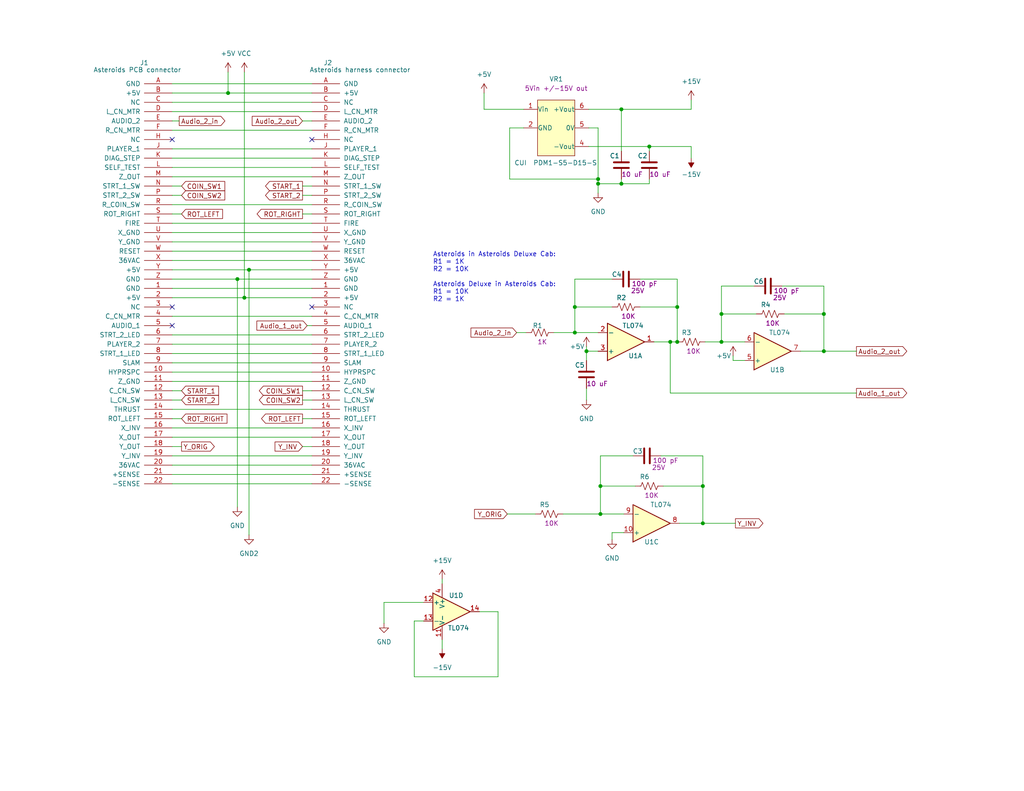
<source format=kicad_sch>
(kicad_sch (version 20211123) (generator eeschema)
  (paper "USLetter")
  (title_block (title "Asteroids to Asteroids Deluxe adapter") (date "2022-03-09") (rev "1.5"))
  (lib_symbols
    (symbol "Amplifier_Operational:TL074" (pin_names (offset 0.127))
      (property "Reference" "U" (at 0 5.08 0))
      (property "Value" "TL074" (at 0 -5.08 0))
      (symbol "TL074_1_1"
        (polyline (pts (xy -5.08 5.08) (xy 5.08 0) (xy -5.08 -5.08) (xy -5.08 5.08)) (stroke (width 0.254)) (fill (type background)))
        (pin output line (at 7.62 0 180) (length 2.54) (name "~") (number "1"))
        (pin input line (at -7.62 -2.54 0) (length 2.54) (name "-") (number "2"))
        (pin input line (at -7.62 2.54 0) (length 2.54) (name "+") (number "3"))
      )
      (symbol "TL074_2_1"
        (polyline (pts (xy -5.08 5.08) (xy 5.08 0) (xy -5.08 -5.08) (xy -5.08 5.08)) (stroke (width 0.254)) (fill (type background)))
        (pin input line (at -7.62 2.54 0) (length 2.54) (name "+") (number "5"))
        (pin input line (at -7.62 -2.54 0) (length 2.54) (name "-") (number "6"))
        (pin output line (at 7.62 0 180) (length 2.54) (name "~") (number "7"))
      )
      (symbol "TL074_3_1"
        (polyline (pts (xy -5.08 5.08) (xy 5.08 0) (xy -5.08 -5.08) (xy -5.08 5.08)) (stroke (width 0.254)) (fill (type background)))
        (pin input line (at -7.62 2.54 0) (length 2.54) (name "+") (number "10"))
        (pin output line (at 7.62 0 180) (length 2.54) (name "~") (number "8"))
        (pin input line (at -7.62 -2.54 0) (length 2.54) (name "-") (number "9"))
      )
      (symbol "TL074_4_1"
        (polyline (pts (xy -5.08 5.08) (xy 5.08 0) (xy -5.08 -5.08) (xy -5.08 5.08)) (stroke (width 0.254)) (fill (type background)))
        (pin input line (at -7.62 2.54 0) (length 2.54) (name "+") (number "12"))
        (pin input line (at -7.62 -2.54 0) (length 2.54) (name "-") (number "13"))
        (pin output line (at 7.62 0 180) (length 2.54) (name "~") (number "14"))
      )
      (symbol "TL074_5_1"
        (pin power_in line (at -2.54 -7.62 90) (length 3.81) (name "V-") (number "11"))
        (pin power_in line (at -2.54 7.62 270) (length 3.81) (name "V+") (number "4"))
      )
    )
    (symbol "Asteroids I{slash}O connector_1" (pin_names (offset 1.016))
      (property "Reference" "J" (at -13.97 58.42 0))
      (property "Value" "Asteroids I{slash}O connector_1" (at -2.54 60.96 0))
      (symbol "Asteroids I{slash}O connector_1_1_1"
        (pin power_in line (at 0 0 180) (length 7.62) (name "GND") (number "1"))
        (pin input line (at 0 -22.86 180) (length 7.62) (name "HYPRSPC") (number "10"))
        (pin input line (at 0 -25.4 180) (length 7.62) (name "Z_GND") (number "11"))
        (pin input line (at 0 -27.94 180) (length 7.62) (name "C_CN_SW") (number "12"))
        (pin input line (at 0 -30.48 180) (length 7.62) (name "L_CN_SW") (number "13"))
        (pin input line (at 0 -33.02 180) (length 7.62) (name "THRUST") (number "14"))
        (pin input line (at 0 -35.56 180) (length 7.62) (name "ROT_LEFT") (number "15"))
        (pin output line (at 0 -38.1 180) (length 7.62) (name "X_INV") (number "16"))
        (pin input line (at 0 -40.64 180) (length 7.62) (name "X_OUT") (number "17"))
        (pin input line (at 0 -43.18 180) (length 7.62) (name "Y_OUT") (number "18"))
        (pin output line (at 0 -45.72 180) (length 7.62) (name "Y_INV") (number "19"))
        (pin power_out line (at 0 -2.54 180) (length 7.62) (name "+5V") (number "2"))
        (pin power_out line (at 0 -48.26 180) (length 7.62) (name "36VAC") (number "20"))
        (pin input line (at 0 -50.8 180) (length 7.62) (name "+SENSE") (number "21"))
        (pin input line (at 0 -53.34 180) (length 7.62) (name "-SENSE") (number "22"))
        (pin output line (at 0 -5.08 180) (length 7.62) (name "NC") (number "3"))
        (pin input line (at 0 -7.62 180) (length 7.62) (name "C_CN_MTR") (number "4"))
        (pin input line (at 0 -10.16 180) (length 7.62) (name "AUDIO_1") (number "5"))
        (pin input line (at 0 -12.7 180) (length 7.62) (name "STRT_2_LED") (number "6"))
        (pin input line (at 0 -15.24 180) (length 7.62) (name "PLAYER_2") (number "7"))
        (pin input line (at 0 -17.78 180) (length 7.62) (name "STRT_1_LED") (number "8"))
        (pin input line (at 0 -20.32 180) (length 7.62) (name "SLAM") (number "9"))
        (pin power_in line (at 0 55.88 180) (length 7.62) (name "GND") (number "A"))
        (pin input line (at 0 53.34 180) (length 7.62) (name "+5V") (number "B"))
        (pin output line (at 0 50.8 180) (length 7.62) (name "NC") (number "C"))
        (pin output line (at 0 48.26 180) (length 7.62) (name "L_CN_MTR") (number "D"))
        (pin input line (at 0 45.72 180) (length 7.62) (name "AUDIO_2") (number "E"))
        (pin output line (at 0 43.18 180) (length 7.62) (name "R_CN_MTR") (number "F"))
        (pin output line (at 0 40.64 180) (length 7.62) (name "NC") (number "H"))
        (pin input line (at 0 38.1 180) (length 7.62) (name "PLAYER_1") (number "J"))
        (pin input line (at 0 35.56 180) (length 7.62) (name "DIAG_STEP") (number "K"))
        (pin input line (at 0 33.02 180) (length 7.62) (name "SELF_TEST") (number "L"))
        (pin input line (at 0 30.48 180) (length 7.62) (name "Z_OUT") (number "M"))
        (pin input line (at 0 27.94 180) (length 7.62) (name "STRT_1_SW") (number "N"))
        (pin input line (at 0 25.4 180) (length 7.62) (name "STRT_2_SW") (number "P"))
        (pin input line (at 0 22.86 180) (length 7.62) (name "R_COIN_SW~{}") (number "R"))
        (pin input line (at 0 20.32 180) (length 7.62) (name "ROT_RIGHT") (number "S"))
        (pin input line (at 0 17.78 180) (length 7.62) (name "FIRE") (number "T"))
        (pin input line (at 0 15.24 180) (length 7.62) (name "X_GND") (number "U"))
        (pin output line (at 0 12.7 180) (length 7.62) (name "Y_GND") (number "V"))
        (pin input line (at 0 10.16 180) (length 7.62) (name "RESET") (number "W"))
        (pin power_out line (at 0 7.62 180) (length 7.62) (name "36VAC") (number "X"))
        (pin input line (at 0 5.08 180) (length 7.62) (name "+5V") (number "Y"))
        (pin power_in line (at 0 2.54 180) (length 7.62) (name "GND") (number "Z"))
      )
    )
    (symbol "ast-adapter: Kemet MLCC 100 pF 5% 25V TH" (pin_numbers hide) (pin_names (offset 0))
      (property "Reference" "C" (at -2.54 3.556 0))
      (property "Component Value" "100 pF" (at 2540 -25.4 0))
      (symbol " Kemet MLCC 100 pF 5% 25V TH_0_1"
        (polyline (pts (xy -0.762 -2.032) (xy -0.762 2.032)) (stroke (width 0.508)))
        (polyline (pts (xy 0.762 -2.032) (xy 0.762 2.032)) (stroke (width 0.508)))
      )
      (symbol " Kemet MLCC 100 pF 5% 25V TH_1_1"
        (pin passive line (at -3.81 0 0) (length 2.794) (name "~") (number "1"))
        (pin passive line (at 3.81 0 180) (length 2.794) (name "~") (number "2"))
      )
    )
    (symbol "ast-adapter:Asteroids I{slash}O connector" (pin_names (offset 1.016))
      (property "Reference" "J" (at -13.97 58.42 0))
      (property "Value" "Asteroids I{slash}O connector" (at -2.54 60.96 0))
      (symbol "Asteroids I{slash}O connector_1_1"
        (pin power_in line (at 0 0 180) (length 7.62) (name "GND") (number "1"))
        (pin input line (at 0 -22.86 180) (length 7.62) (name "HYPRSPC") (number "10"))
        (pin input line (at 0 -25.4 180) (length 7.62) (name "Z_GND") (number "11"))
        (pin input line (at 0 -27.94 180) (length 7.62) (name "C_CN_SW") (number "12"))
        (pin input line (at 0 -30.48 180) (length 7.62) (name "L_CN_SW") (number "13"))
        (pin input line (at 0 -33.02 180) (length 7.62) (name "THRUST") (number "14"))
        (pin input line (at 0 -35.56 180) (length 7.62) (name "ROT_LEFT") (number "15"))
        (pin output line (at 0 -38.1 180) (length 7.62) (name "X_INV") (number "16"))
        (pin input line (at 0 -40.64 180) (length 7.62) (name "X_OUT") (number "17"))
        (pin input line (at 0 -43.18 180) (length 7.62) (name "Y_OUT") (number "18"))
        (pin output line (at 0 -45.72 180) (length 7.62) (name "Y_INV") (number "19"))
        (pin power_out line (at 0 -2.54 180) (length 7.62) (name "+5V") (number "2"))
        (pin power_out line (at 0 -48.26 180) (length 7.62) (name "36VAC") (number "20"))
        (pin input line (at 0 -50.8 180) (length 7.62) (name "+SENSE") (number "21"))
        (pin input line (at 0 -53.34 180) (length 7.62) (name "-SENSE") (number "22"))
        (pin output line (at 0 -5.08 180) (length 7.62) (name "NC") (number "3"))
        (pin input line (at 0 -7.62 180) (length 7.62) (name "C_CN_MTR") (number "4"))
        (pin input line (at 0 -10.16 180) (length 7.62) (name "AUDIO_1") (number "5"))
        (pin input line (at 0 -12.7 180) (length 7.62) (name "STRT_2_LED") (number "6"))
        (pin input line (at 0 -15.24 180) (length 7.62) (name "PLAYER_2") (number "7"))
        (pin input line (at 0 -17.78 180) (length 7.62) (name "STRT_1_LED") (number "8"))
        (pin input line (at 0 -20.32 180) (length 7.62) (name "SLAM") (number "9"))
        (pin power_in line (at 0 55.88 180) (length 7.62) (name "GND") (number "A"))
        (pin input line (at 0 53.34 180) (length 7.62) (name "+5V") (number "B"))
        (pin output line (at 0 50.8 180) (length 7.62) (name "NC") (number "C"))
        (pin output line (at 0 48.26 180) (length 7.62) (name "L_CN_MTR") (number "D"))
        (pin input line (at 0 45.72 180) (length 7.62) (name "AUDIO_2") (number "E"))
        (pin output line (at 0 43.18 180) (length 7.62) (name "R_CN_MTR") (number "F"))
        (pin output line (at 0 40.64 180) (length 7.62) (name "NC") (number "H"))
        (pin input line (at 0 38.1 180) (length 7.62) (name "PLAYER_1") (number "J"))
        (pin input line (at 0 35.56 180) (length 7.62) (name "DIAG_STEP") (number "K"))
        (pin input line (at 0 33.02 180) (length 7.62) (name "SELF_TEST") (number "L"))
        (pin input line (at 0 30.48 180) (length 7.62) (name "Z_OUT") (number "M"))
        (pin input line (at 0 27.94 180) (length 7.62) (name "STRT_1_SW") (number "N"))
        (pin input line (at 0 25.4 180) (length 7.62) (name "STRT_2_SW") (number "P"))
        (pin input line (at 0 22.86 180) (length 7.62) (name "R_COIN_SW~{}") (number "R"))
        (pin input line (at 0 20.32 180) (length 7.62) (name "ROT_RIGHT") (number "S"))
        (pin input line (at 0 17.78 180) (length 7.62) (name "FIRE") (number "T"))
        (pin input line (at 0 15.24 180) (length 7.62) (name "X_GND") (number "U"))
        (pin output line (at 0 12.7 180) (length 7.62) (name "Y_GND") (number "V"))
        (pin input line (at 0 10.16 180) (length 7.62) (name "RESET") (number "W"))
        (pin power_out line (at 0 7.62 180) (length 7.62) (name "36VAC") (number "X"))
        (pin input line (at 0 5.08 180) (length 7.62) (name "+5V") (number "Y"))
        (pin power_in line (at 0 2.54 180) (length 7.62) (name "GND") (number "Z"))
      )
    )
    (symbol "ast-adapter:CUI  PDM1-S5-D15-S" (pin_names (offset 0.002))
      (property "Reference" "VR" (at -7.747 12.319 0))
      (property "Component Value" "5Vin +/-15V out" (at 0.127 9.652 0))
      (symbol "CUI  PDM1-S5-D15-S_0_1"
        (rectangle (start -5.08 7.62) (end 5.08 -7.62) (fill (type background)))
      )
      (symbol "CUI  PDM1-S5-D15-S_1_1"
        (pin power_in line (at -8.89 5.08 0) (length 3.81) (name "Vin") (number "1"))
        (pin power_in line (at -8.89 0 0) (length 3.81) (name "GND") (number "2"))
        (pin power_out line (at 8.89 -5.08 180) (length 3.81) (name "-Vout") (number "4"))
        (pin power_out line (at 8.89 0 180) (length 3.81) (name "0V") (number "5"))
        (pin power_out line (at 8.89 5.08 180) (length 3.81) (name "+Vout") (number "6"))
      )
    )
    (symbol "ast-adapter:Kemet 10 uF 25V MLCC TH" (pin_numbers hide) (pin_names (offset 0))
      (property "Reference" "C" (at -2.54 3.556 0))
      (property "Component Value" "10 uF" (at 4.191 -2.413 0))
      (symbol "Kemet 10 uF 25V MLCC TH_0_1"
        (polyline (pts (xy -0.762 -2.032) (xy -0.762 2.032)) (stroke (width 0.508)))
        (polyline (pts (xy 0.762 -2.032) (xy 0.762 2.032)) (stroke (width 0.508)))
      )
      (symbol "Kemet 10 uF 25V MLCC TH_1_1"
        (pin passive line (at -3.81 0 0) (length 2.794) (name "~") (number "1"))
        (pin passive line (at 3.81 0 180) (length 2.794) (name "~") (number "2"))
      )
    )
    (symbol "ast-adapter:Yageo 10K ohm 1% thin film TH" (pin_numbers hide) (pin_names (offset 0))
      (property "Reference" "R" (at 0.635 2.54 0))
      (property "Component Value" "10K" (at 9.144 4.826 0))
      (symbol "Yageo 10K ohm 1% thin film TH_0_1"
        (polyline (pts (xy -2.286 0) (xy -2.54 0)))
        (polyline (pts (xy 2.286 0) (xy 2.54 0)))
        (polyline (pts (xy -0.762 0) (xy -1.143 -1.016) (xy -1.524 0) (xy -1.905 1.016) (xy -2.286 0)))
        (polyline (pts (xy 0.762 0) (xy 0.381 -1.016) (xy 0 0) (xy -0.381 1.016) (xy -0.762 0)))
        (polyline (pts (xy 2.286 0) (xy 1.905 -1.016) (xy 1.524 0) (xy 1.143 1.016) (xy 0.762 0)))
      )
      (symbol "Yageo 10K ohm 1% thin film TH_1_1"
        (pin passive line (at 3.81 0 180) (length 1.27) (name "~") (number "1"))
        (pin passive line (at -3.81 0 0) (length 1.27) (name "~") (number "2"))
      )
    )
    (symbol "ast-adapter:Yageo 1K ohm 1% thin film TH" (pin_numbers hide) (pin_names (offset 0))
      (property "Reference" "R" (at 0.635 2.54 0))
      (property "Component Value" "1K" (at 9.144 4.826 0))
      (symbol "Yageo 1K ohm 1% thin film TH_0_1"
        (polyline (pts (xy -2.286 0) (xy -2.54 0)))
        (polyline (pts (xy 2.286 0) (xy 2.54 0)))
        (polyline (pts (xy -0.762 0) (xy -1.143 -1.016) (xy -1.524 0) (xy -1.905 1.016) (xy -2.286 0)))
        (polyline (pts (xy 0.762 0) (xy 0.381 -1.016) (xy 0 0) (xy -0.381 1.016) (xy -0.762 0)))
        (polyline (pts (xy 2.286 0) (xy 1.905 -1.016) (xy 1.524 0) (xy 1.143 1.016) (xy 0.762 0)))
      )
      (symbol "Yageo 1K ohm 1% thin film TH_1_1"
        (pin passive line (at 3.81 0 180) (length 1.27) (name "~") (number "1"))
        (pin passive line (at -3.81 0 0) (length 1.27) (name "~") (number "2"))
      )
    )
    (symbol "power:+15V" (power) (pin_names (offset 0))
      (property "Value" "+15V" (at 0 3.556 0))
      (symbol "+15V_0_1"
        (polyline (pts (xy -0.762 1.27) (xy 0 2.54)))
        (polyline (pts (xy 0 0) (xy 0 2.54)))
        (polyline (pts (xy 0 2.54) (xy 0.762 1.27)))
      )
      (symbol "+15V_1_1"
        (pin power_in line (at 0 0 90) (length 0) hide (name "+15V") (number "1"))
      )
    )
    (symbol "power:+5V" (power) (pin_names (offset 0))
      (property "Value" "+5V" (at 0 3.556 0))
      (symbol "+5V_0_1"
        (polyline (pts (xy -0.762 1.27) (xy 0 2.54)))
        (polyline (pts (xy 0 0) (xy 0 2.54)))
        (polyline (pts (xy 0 2.54) (xy 0.762 1.27)))
      )
      (symbol "+5V_1_1"
        (pin power_in line (at 0 0 90) (length 0) hide (name "+5V") (number "1"))
      )
    )
    (symbol "power:-15V" (power) (pin_names (offset 0))
      (property "Value" "-15V" (at 0 3.81 0))
      (symbol "-15V_0_0"
        (pin power_in line (at 0 0 90) (length 0) hide (name "-15V") (number "1"))
      )
      (symbol "-15V_0_1"
        (polyline (pts (xy 0 0) (xy 0 1.27) (xy 0.762 1.27) (xy 0 2.54) (xy -0.762 1.27) (xy 0 1.27)) (fill (type outline)))
      )
    )
    (symbol "power:GND" (power) (pin_names (offset 0))
      (property "Value" "GND" (at 0 -3.81 0))
      (symbol "GND_0_1"
        (polyline (pts (xy 0 0) (xy 0 -1.27) (xy 1.27 -1.27) (xy 0 -2.54) (xy -1.27 -1.27) (xy 0 -1.27)))
      )
      (symbol "GND_1_1"
        (pin power_in line (at 0 0 270) (length 0) hide (name "GND") (number "1"))
      )
    )
    (symbol "power:GND2" (power) (pin_names (offset 0))
      (property "Value" "GND2" (at 0 -3.81 0))
      (symbol "GND2_0_1"
        (polyline (pts (xy 0 0) (xy 0 -1.27) (xy 1.27 -1.27) (xy 0 -2.54) (xy -1.27 -1.27) (xy 0 -1.27)))
      )
      (symbol "GND2_1_1"
        (pin power_in line (at 0 0 270) (length 0) hide (name "GND2") (number "1"))
      )
    )
    (symbol "power:VCC" (power) (pin_names (offset 0))
      (property "Value" "VCC" (at 0 3.81 0))
      (symbol "VCC_0_1"
        (polyline (pts (xy -0.762 1.27) (xy 0 2.54)))
        (polyline (pts (xy 0 0) (xy 0 2.54)))
        (polyline (pts (xy 0 2.54) (xy 0.762 1.27)))
      )
      (symbol "VCC_1_1"
        (pin power_in line (at 0 0 90) (length 0) hide (name "VCC") (number "1"))
      )
    )
  )
  (junction (at 177.165 40.005))
  (junction (at 163.83 140.335))
  (junction (at 184.785 83.82))
  (junction (at 184.785 93.345))
  (junction (at 66.675 81.28))
  (junction (at 182.88 93.345))
  (junction (at 169.545 29.845))
  (junction (at 169.545 50.165))
  (junction (at 224.79 95.885))
  (junction (at 196.85 93.345))
  (junction (at 163.83 132.715))
  (junction (at 67.945 73.66))
  (junction (at 62.23 25.4))
  (junction (at 156.845 90.805))
  (junction (at 64.77 76.2))
  (junction (at 224.79 85.725))
  (junction (at 160.02 95.885))
  (junction (at 191.77 142.875))
  (junction (at 156.845 83.82))
  (junction (at 196.85 85.725))
  (junction (at 163.195 48.895))
  (junction (at 191.77 132.715))
  (junction (at 163.195 50.165))
  (no_connect (at 46.99 83.82))
  (no_connect (at 46.99 38.1))
  (no_connect (at 85.09 83.82))
  (no_connect (at 46.99 88.9))
  (no_connect (at 85.09 38.1))
  (wire (pts (xy 46.99 30.48) (xy 85.09 30.48)))
  (wire (pts (xy 46.99 111.76) (xy 85.09 111.76)))
  (wire (pts (xy 46.99 91.44) (xy 85.09 91.44)))
  (wire (pts (xy 138.43 140.335) (xy 146.05 140.335)))
  (wire (pts (xy 182.88 93.345) (xy 182.88 107.315)))
  (wire (pts (xy 196.85 93.345) (xy 203.2 93.345)))
  (wire (pts (xy 151.13 90.805) (xy 156.845 90.805)))
  (wire (pts (xy 83.82 88.9) (xy 85.09 88.9)))
  (wire (pts (xy 46.99 86.36) (xy 85.09 86.36)))
  (wire (pts (xy 46.99 119.38) (xy 85.09 119.38)))
  (wire (pts (xy 82.55 121.92) (xy 85.09 121.92)))
  (wire (pts (xy 184.785 76.2) (xy 174.625 76.2)))
  (wire (pts (xy 160.02 95.885) (xy 160.02 98.425)))
  (wire (pts (xy 82.55 109.22) (xy 85.09 109.22)))
  (wire (pts (xy 153.67 140.335) (xy 163.83 140.335)))
  (wire (pts (xy 139.065 34.925) (xy 139.065 48.895)))
  (wire (pts (xy 82.55 50.8) (xy 85.09 50.8)))
  (wire (pts (xy 46.99 68.58) (xy 85.09 68.58)))
  (wire (pts (xy 180.975 132.715) (xy 191.77 132.715)))
  (wire (pts (xy 64.77 76.2) (xy 85.09 76.2)))
  (wire (pts (xy 213.995 85.725) (xy 224.79 85.725)))
  (wire (pts (xy 46.99 132.08) (xy 85.09 132.08)))
  (wire (pts (xy 104.775 170.18) (xy 104.775 164.465)))
  (wire (pts (xy 188.595 43.18) (xy 188.595 40.005)))
  (wire (pts (xy 46.99 35.56) (xy 85.09 35.56)))
  (wire (pts (xy 172.72 124.46) (xy 163.83 124.46)))
  (wire (pts (xy 196.85 85.725) (xy 206.375 85.725)))
  (wire (pts (xy 178.435 93.345) (xy 182.88 93.345)))
  (wire (pts (xy 188.595 27.305) (xy 188.595 29.845)))
  (wire (pts (xy 200.025 98.425) (xy 200.025 97.155)))
  (wire (pts (xy 46.99 101.6) (xy 85.09 101.6)))
  (wire (pts (xy 46.99 33.02) (xy 48.895 33.02)))
  (wire (pts (xy 192.405 93.345) (xy 196.85 93.345)))
  (wire (pts (xy 160.655 34.925) (xy 163.195 34.925)))
  (wire (pts (xy 182.88 93.345) (xy 184.785 93.345)))
  (wire (pts (xy 46.99 76.2) (xy 64.77 76.2)))
  (wire (pts (xy 82.55 106.68) (xy 85.09 106.68)))
  (wire (pts (xy 67.945 73.66) (xy 85.09 73.66)))
  (wire (pts (xy 82.55 114.3) (xy 85.09 114.3)))
  (wire (pts (xy 46.99 99.06) (xy 85.09 99.06)))
  (wire (pts (xy 46.99 43.18) (xy 85.09 43.18)))
  (wire (pts (xy 62.23 25.4) (xy 85.09 25.4)))
  (wire (pts (xy 163.195 95.885) (xy 160.02 95.885)))
  (wire (pts (xy 156.845 76.2) (xy 156.845 83.82)))
  (wire (pts (xy 120.65 158.115) (xy 120.65 159.385)))
  (wire (pts (xy 205.74 78.105) (xy 196.85 78.105)))
  (wire (pts (xy 135.89 167.005) (xy 130.81 167.005)))
  (wire (pts (xy 46.99 114.3) (xy 49.53 114.3)))
  (wire (pts (xy 184.785 93.345) (xy 184.785 83.82)))
  (wire (pts (xy 132.08 29.845) (xy 142.875 29.845)))
  (wire (pts (xy 196.85 78.105) (xy 196.85 85.725)))
  (wire (pts (xy 191.77 142.875) (xy 200.66 142.875)))
  (wire (pts (xy 140.97 90.805) (xy 143.51 90.805)))
  (wire (pts (xy 46.99 127) (xy 85.09 127)))
  (wire (pts (xy 142.875 34.925) (xy 139.065 34.925)))
  (wire (pts (xy 113.03 169.545) (xy 113.03 184.785)))
  (wire (pts (xy 177.165 40.005) (xy 188.595 40.005)))
  (wire (pts (xy 167.005 76.2) (xy 156.845 76.2)))
  (wire (pts (xy 182.88 107.315) (xy 233.68 107.315)))
  (wire (pts (xy 163.195 48.895) (xy 163.195 50.165)))
  (wire (pts (xy 160.655 40.005) (xy 177.165 40.005)))
  (wire (pts (xy 191.77 132.715) (xy 191.77 124.46)))
  (wire (pts (xy 46.99 93.98) (xy 85.09 93.98)))
  (wire (pts (xy 62.23 19.685) (xy 62.23 25.4)))
  (wire (pts (xy 191.77 124.46) (xy 180.34 124.46)))
  (wire (pts (xy 120.65 174.625) (xy 120.65 177.165)))
  (wire (pts (xy 160.02 106.045) (xy 160.02 109.22)))
  (wire (pts (xy 167.005 145.415) (xy 167.005 147.32)))
  (wire (pts (xy 46.99 63.5) (xy 85.09 63.5)))
  (wire (pts (xy 169.545 50.165) (xy 177.165 50.165)))
  (wire (pts (xy 156.845 90.805) (xy 163.195 90.805)))
  (wire (pts (xy 46.99 55.88) (xy 85.09 55.88)))
  (wire (pts (xy 46.99 104.14) (xy 85.09 104.14)))
  (wire (pts (xy 218.44 95.885) (xy 224.79 95.885)))
  (wire (pts (xy 169.545 29.845) (xy 169.545 41.275)))
  (wire (pts (xy 156.845 83.82) (xy 167.005 83.82)))
  (wire (pts (xy 177.165 50.165) (xy 177.165 48.895)))
  (wire (pts (xy 46.99 129.54) (xy 85.09 129.54)))
  (wire (pts (xy 46.99 60.96) (xy 85.09 60.96)))
  (wire (pts (xy 82.55 53.34) (xy 85.09 53.34)))
  (wire (pts (xy 46.99 66.04) (xy 85.09 66.04)))
  (wire (pts (xy 163.195 50.165) (xy 163.195 52.705)))
  (wire (pts (xy 169.545 50.165) (xy 163.195 50.165)))
  (wire (pts (xy 203.2 98.425) (xy 200.025 98.425)))
  (wire (pts (xy 46.99 71.12) (xy 85.09 71.12)))
  (wire (pts (xy 46.99 106.68) (xy 49.53 106.68)))
  (wire (pts (xy 174.625 83.82) (xy 184.785 83.82)))
  (wire (pts (xy 46.99 27.94) (xy 85.09 27.94)))
  (wire (pts (xy 224.79 95.885) (xy 233.68 95.885)))
  (wire (pts (xy 46.99 25.4) (xy 62.23 25.4)))
  (wire (pts (xy 82.55 33.02) (xy 85.09 33.02)))
  (wire (pts (xy 46.99 22.86) (xy 85.09 22.86)))
  (wire (pts (xy 224.79 95.885) (xy 224.79 85.725)))
  (wire (pts (xy 46.99 45.72) (xy 85.09 45.72)))
  (wire (pts (xy 46.99 40.64) (xy 85.09 40.64)))
  (wire (pts (xy 46.99 53.34) (xy 49.53 53.34)))
  (wire (pts (xy 160.02 94.615) (xy 160.02 95.885)))
  (wire (pts (xy 177.165 40.005) (xy 177.165 41.275)))
  (wire (pts (xy 163.83 140.335) (xy 170.18 140.335)))
  (wire (pts (xy 104.775 164.465) (xy 115.57 164.465)))
  (wire (pts (xy 191.77 142.875) (xy 191.77 132.715)))
  (wire (pts (xy 64.77 76.2) (xy 64.77 138.43)))
  (wire (pts (xy 213.36 78.105) (xy 224.79 78.105)))
  (wire (pts (xy 46.99 124.46) (xy 85.09 124.46)))
  (wire (pts (xy 67.945 73.66) (xy 67.945 146.05)))
  (wire (pts (xy 66.675 81.28) (xy 85.09 81.28)))
  (wire (pts (xy 135.89 184.785) (xy 135.89 167.005)))
  (wire (pts (xy 184.785 83.82) (xy 184.785 76.2)))
  (wire (pts (xy 139.065 48.895) (xy 163.195 48.895)))
  (wire (pts (xy 46.99 121.92) (xy 49.53 121.92)))
  (wire (pts (xy 224.79 85.725) (xy 224.79 78.105)))
  (wire (pts (xy 66.675 19.685) (xy 66.675 81.28)))
  (wire (pts (xy 46.99 78.74) (xy 85.09 78.74)))
  (wire (pts (xy 82.55 58.42) (xy 85.09 58.42)))
  (wire (pts (xy 163.83 132.715) (xy 173.355 132.715)))
  (wire (pts (xy 46.99 109.22) (xy 49.53 109.22)))
  (wire (pts (xy 132.08 25.4) (xy 132.08 29.845)))
  (wire (pts (xy 169.545 48.895) (xy 169.545 50.165)))
  (wire (pts (xy 115.57 169.545) (xy 113.03 169.545)))
  (wire (pts (xy 170.18 145.415) (xy 167.005 145.415)))
  (wire (pts (xy 160.655 29.845) (xy 169.545 29.845)))
  (wire (pts (xy 46.99 81.28) (xy 66.675 81.28)))
  (wire (pts (xy 46.99 96.52) (xy 85.09 96.52)))
  (wire (pts (xy 46.99 73.66) (xy 67.945 73.66)))
  (wire (pts (xy 46.99 58.42) (xy 49.53 58.42)))
  (wire (pts (xy 163.195 34.925) (xy 163.195 48.895)))
  (wire (pts (xy 185.42 142.875) (xy 191.77 142.875)))
  (wire (pts (xy 163.83 124.46) (xy 163.83 132.715)))
  (wire (pts (xy 46.99 116.84) (xy 85.09 116.84)))
  (wire (pts (xy 46.99 48.26) (xy 85.09 48.26)))
  (wire (pts (xy 163.83 132.715) (xy 163.83 140.335)))
  (wire (pts (xy 113.03 184.785) (xy 135.89 184.785)))
  (wire (pts (xy 156.845 83.82) (xy 156.845 90.805)))
  (wire (pts (xy 169.545 29.845) (xy 188.595 29.845)))
  (wire (pts (xy 196.85 85.725) (xy 196.85 93.345)))
  (wire (pts (xy 46.99 50.8) (xy 49.53 50.8)))
  (text "Asteroids in Asteroids Deluxe Cab:\nR1 = 1K\nR2 = 10K\n\nAsteroids Deluxe in Asteroids Cab:\nR1 = 10K\nR2 = 1K" (at 118.11 82.55 0) (effects (font (size 1.27 1.27)) (justify left bottom)))
  (global_label "Audio_1_out" (shape output) (at 233.68 107.315 0) (property "Intersheet References" "${INTERSHEET_REFS}" (effects hide)))
  (global_label "Audio_2_out" (shape input) (at 82.55 33.02 180) (property "Intersheet References" "${INTERSHEET_REFS}" (effects hide)))
  (global_label "COIN_SW2" (shape output) (at 82.55 109.22 180) (property "Intersheet References" "${INTERSHEET_REFS}" (effects hide)))
  (global_label "COIN_SW1" (shape input) (at 49.53 50.8 0) (property "Intersheet References" "${INTERSHEET_REFS}" (effects hide)))
  (global_label "ROT_LEFT" (shape output) (at 82.55 114.3 180) (property "Intersheet References" "${INTERSHEET_REFS}" (effects hide)))
  (global_label "Audio_2_in" (shape input) (at 140.97 90.805 180) (property "Intersheet References" "${INTERSHEET_REFS}" (effects hide)))
  (global_label "START_1" (shape input) (at 49.53 106.68 0) (property "Intersheet References" "${INTERSHEET_REFS}" (effects hide)))
  (global_label "Y_INV" (shape input) (at 82.55 121.92 180) (property "Intersheet References" "${INTERSHEET_REFS}" (effects hide)))
  (global_label "ROT_RIGHT" (shape output) (at 82.55 58.42 180) (property "Intersheet References" "${INTERSHEET_REFS}" (effects hide)))
  (global_label "START_1" (shape output) (at 82.55 50.8 180) (property "Intersheet References" "${INTERSHEET_REFS}" (effects hide)))
  (global_label "Y_ORIG" (shape input) (at 138.43 140.335 180) (property "Intersheet References" "${INTERSHEET_REFS}" (effects hide)))
  (global_label "ROT_RIGHT" (shape input) (at 49.53 114.3 0) (property "Intersheet References" "${INTERSHEET_REFS}" (effects hide)))
  (global_label "Y_ORIG" (shape output) (at 49.53 121.92 0) (property "Intersheet References" "${INTERSHEET_REFS}" (effects hide)))
  (global_label "COIN_SW2" (shape input) (at 49.53 53.34 0) (property "Intersheet References" "${INTERSHEET_REFS}" (effects hide)))
  (global_label "Y_INV" (shape output) (at 200.66 142.875 0) (property "Intersheet References" "${INTERSHEET_REFS}" (effects hide)))
  (global_label "ROT_LEFT" (shape input) (at 49.53 58.42 0) (property "Intersheet References" "${INTERSHEET_REFS}" (effects hide)))
  (global_label "Audio_2_in" (shape output) (at 48.895 33.02 0) (property "Intersheet References" "${INTERSHEET_REFS}" (effects hide)))
  (global_label "START_2" (shape input) (at 49.53 109.22 0) (property "Intersheet References" "${INTERSHEET_REFS}" (effects hide)))
  (global_label "START_2" (shape output) (at 82.55 53.34 180) (property "Intersheet References" "${INTERSHEET_REFS}" (effects hide)))
  (global_label "Audio_1_out" (shape input) (at 83.82 88.9 180) (property "Intersheet References" "${INTERSHEET_REFS}" (effects hide)))
  (global_label "COIN_SW1" (shape output) (at 82.55 106.68 180) (property "Intersheet References" "${INTERSHEET_REFS}" (effects hide)))
  (global_label "Audio_2_out" (shape output) (at 233.68 95.885 0) (property "Intersheet References" "${INTERSHEET_REFS}" (effects hide)))
  (symbol (lib_id "power:GND") (at 160.02 109.22 0) (unit 1)
    (property "Reference" "#PWR01" (effects hide))
    (property "Value" "GND" (at 160.02 114.3 0))
  )
  (symbol (lib_id "power:GND") (at 163.195 52.705 0) (unit 1)
    (property "Reference" "#PWR0105" (effects hide))
    (property "Value" "GND" (at 163.195 57.785 0))
  )
  (symbol (lib_id "ast-adapter:Yageo 1K ohm 1% thin film TH") (at 147.32 90.805 0) (unit 1)
    (property "Reference" "R1" (at 146.685 88.9 0))
    (property "Value" "Yageo 1K ohm 1% thin film TH" (effects hide))
    (property "Footprint" "Resistor_THT:R_Axial_DIN0207_L6.3mm_D2.5mm_P10.16mm_Horizontal" (effects hide))
    (property "Datasheet" "https://www.yageo.com/upload/media/product/productsearch/datasheet/lr/YAGEO%20MFR_datasheet_2021v1.pdf" (effects hide))
    (property "Component Value" "1K" (at 147.955 93.345 0))
    (property "Tolerance" "1%" (effects hide))
    (property "Manufacturer" "Yageo" (effects hide))
    (property "Manufacturer Link" "https://www.yageo.com/en/Home" (effects hide))
    (property "RoHS Document Link" "https://www.mouser.com/catalog/additional/Yageo_6012_R_Chip_RoHS_Certificate.pdf" (effects hide))
    (property "Manufacturer PN" " MFR-25FTE52-1K " (effects hide))
    (property "RoHS" "Yes" (effects hide))
    (property "Allow Substitution" "Yes" (effects hide))
    (property "Fitted" "Yes" (effects hide))
    (property "Tracking" "No" (effects hide))
    (property "Component Type" "(Resistor / Capacitor / Bipolar Transistor, etc.)" (effects hide))
    (property "Package Type" "THT axial" (effects hide))
    (property "Number of Pins" "If applicable" (effects hide))
    (property "Temp (Storage)" "If applicable" (effects hide))
    (property "Temp (Operating)" "-55C / +155C" (effects hide))
    (property "Temp (Soldering)" "If applicable" (effects hide))
    (property "Temp Coeff." "+50ppm/C" (effects hide))
    (property "Power Rating" "1/4 W" (effects hide))
    (property "Material" "Thin Film" (effects hide))
    (property "Standards Version" "1.1" (effects hide))
  )
  (symbol (lib_id "power:+15V") (at 188.595 27.305 0) (unit 1)
    (property "Reference" "#PWR0106" (effects hide))
    (property "Value" "+15V" (at 188.595 22.225 0))
  )
  (symbol (lib_id "ast-adapter: Kemet MLCC 100 pF 5% 25V TH") (at 209.55 78.105 0) (unit 1)
    (property "Reference" "C6" (at 207.01 76.835 0))
    (property "Value" " Kemet MLCC 100 pF 5% 25V TH" (effects hide))
    (property "Footprint" "Capacitor_THT:C_Disc_D3.0mm_W1.6mm_P2.50mm" (effects hide))
    (property "Datasheet" "https://connect.kemet.com:7667/gateway/IntelliData-ComponentDocumentation/1.0/download/datasheet/C315C101J3G5TA.pdf" (effects hide))
    (property "Component Value" "100 pF" (at 214.63 79.375 0))
    (property "Tolerance" "5%" (effects hide))
    (property "Voltage Rating" "25V" (at 212.725 81.28 0))
    (property "Manufacturer" "Kemet" (effects hide))
    (property "Manufacturer Link" "https://www.kemet.com/en/us/search.html?q=C315C101J3G5TA+" (effects hide))
    (property "RoHS Document Link" "https://www.mouser.com/Search/RoHSCompliant?qs=TlEmJ4NOSINxcTwTmCaMCw%3d%3d" (effects hide))
    (property "Manufacturer PN" "C315C101J3G5TA " (effects hide))
    (property "RoHS" "Yes" (effects hide))
    (property "Allow Substitution" "Yes" (effects hide))
    (property "Fitted" "Optional" (effects hide))
    (property "Tracking" "No" (effects hide))
    (property "Component Type" "Capacitor" (effects hide))
    (property "Package Type" "THT radial" (effects hide))
    (property "Number of Pins" "n/a" (effects hide))
    (property "Temp (Storage)" "n/a" (effects hide))
    (property "Temp (Operating)" "-55C/+85C" (effects hide))
    (property "Temp (Soldering)" "standard" (effects hide))
    (property "Temp Coeff." "If applicable" (effects hide))
    (property "Power Rating" "If applicable" (effects hide))
    (property "Material" "If applicable" (effects hide))
    (property "Class" "If applicable" (effects hide))
  )
  (symbol (lib_id "Amplifier_Operational:TL074") (at 177.8 142.875 0) (mirror x) (unit 3)
    (property "Reference" "U1" (at 177.8 147.955 0))
    (property "Value" "TL074" (at 180.34 137.795 0))
    (property "Footprint" "Package_DIP:DIP-14_W7.62mm_LongPads" (effects hide))
    (property "Datasheet" "http://www.ti.com/lit/ds/symlink/tl071.pdf" (effects hide))
  )
  (symbol (lib_id "ast-adapter:Yageo 10K ohm 1% thin film TH") (at 210.185 85.725 0) (unit 1)
    (property "Reference" "R4" (at 208.915 83.185 0))
    (property "Value" "Yageo 10K ohm 1% thin film TH" (effects hide))
    (property "Footprint" "Resistor_THT:R_Axial_DIN0207_L6.3mm_D2.5mm_P10.16mm_Horizontal" (effects hide))
    (property "Datasheet" "https://www.yageo.com/upload/media/product/productsearch/datasheet/lr/YAGEO%20MFR_datasheet_2021v1.pdf" (effects hide))
    (property "Component Value" "10K" (at 210.82 88.265 0))
    (property "Tolerance" "1%" (effects hide))
    (property "Manufacturer" "Yageo" (effects hide))
    (property "Manufacturer Link" "https://www.yageo.com/en/Home" (effects hide))
    (property "RoHS Document Link" "https://www.mouser.com/catalog/additional/Yageo_6012_R_Chip_RoHS_Certificate.pdf" (effects hide))
    (property "Manufacturer PN" " MFR-25FTE52-10K " (effects hide))
    (property "RoHS" "Yes" (effects hide))
    (property "Allow Substitution" "Yes" (effects hide))
    (property "Fitted" "Yes" (effects hide))
    (property "Tracking" "No" (effects hide))
    (property "Component Type" "(Resistor / Capacitor / Bipolar Transistor, etc.)" (effects hide))
    (property "Package Type" "THT axial" (effects hide))
    (property "Number of Pins" "If applicable" (effects hide))
    (property "Temp (Storage)" "If applicable" (effects hide))
    (property "Temp (Operating)" "-55C / +155C" (effects hide))
    (property "Temp (Soldering)" "If applicable" (effects hide))
    (property "Temp Coeff." "+50ppm/C" (effects hide))
    (property "Power Rating" "1/4 W" (effects hide))
    (property "Material" "Thin Film" (effects hide))
    (property "Standards Version" "1.1" (effects hide))
  )
  (symbol (lib_id "power:VCC") (at 66.675 19.685 0) (unit 1)
    (property "Reference" "#PWR?" (effects hide))
    (property "Value" "VCC" (at 66.675 14.605 0))
  )
  (symbol (lib_id "Amplifier_Operational:TL074") (at 123.19 167.005 0) (unit 5)
    (property "Reference" "U1" (effects hide))
    (property "Value" "TL074" (effects hide))
    (property "Footprint" "Package_DIP:DIP-14_W7.62mm_LongPads" (effects hide))
    (property "Datasheet" "http://www.ti.com/lit/ds/symlink/tl071.pdf" (effects hide))
  )
  (symbol (lib_id "ast-adapter:Yageo 10K ohm 1% thin film TH") (at 149.86 140.335 0) (unit 1)
    (property "Reference" "R5" (at 148.59 137.795 0))
    (property "Value" "Yageo 10K ohm 1% thin film TH" (effects hide))
    (property "Footprint" "Resistor_THT:R_Axial_DIN0207_L6.3mm_D2.5mm_P10.16mm_Horizontal" (effects hide))
    (property "Datasheet" "https://www.yageo.com/upload/media/product/productsearch/datasheet/lr/YAGEO%20MFR_datasheet_2021v1.pdf" (effects hide))
    (property "Component Value" "10K" (at 150.495 142.875 0))
    (property "Tolerance" "1%" (effects hide))
    (property "Manufacturer" "Yageo" (effects hide))
    (property "Manufacturer Link" "https://www.yageo.com/en/Home" (effects hide))
    (property "RoHS Document Link" "https://www.mouser.com/catalog/additional/Yageo_6012_R_Chip_RoHS_Certificate.pdf" (effects hide))
    (property "Manufacturer PN" " MFR-25FTE52-10K " (effects hide))
    (property "RoHS" "Yes" (effects hide))
    (property "Allow Substitution" "Yes" (effects hide))
    (property "Fitted" "Yes" (effects hide))
    (property "Tracking" "No" (effects hide))
    (property "Component Type" "(Resistor / Capacitor / Bipolar Transistor, etc.)" (effects hide))
    (property "Package Type" "THT axial" (effects hide))
    (property "Number of Pins" "If applicable" (effects hide))
    (property "Temp (Storage)" "If applicable" (effects hide))
    (property "Temp (Operating)" "-55C / +155C" (effects hide))
    (property "Temp (Soldering)" "If applicable" (effects hide))
    (property "Temp Coeff." "+50ppm/C" (effects hide))
    (property "Power Rating" "1/4 W" (effects hide))
    (property "Material" "Thin Film" (effects hide))
    (property "Standards Version" "1.1" (effects hide))
  )
  (symbol (lib_id "power:GND2") (at 67.945 146.05 0) (unit 1)
    (property "Reference" "#PWR?" (effects hide))
    (property "Value" "GND2" (at 67.945 151.13 0))
  )
  (symbol (lib_id "ast-adapter: Kemet MLCC 100 pF 5% 25V TH") (at 170.815 76.2 0) (unit 1)
    (property "Reference" "C4" (at 168.275 74.93 0))
    (property "Value" " Kemet MLCC 100 pF 5% 25V TH" (effects hide))
    (property "Footprint" "Capacitor_THT:C_Disc_D3.0mm_W1.6mm_P2.50mm" (effects hide))
    (property "Datasheet" "https://connect.kemet.com:7667/gateway/IntelliData-ComponentDocumentation/1.0/download/datasheet/C315C101J3G5TA.pdf" (effects hide))
    (property "Component Value" "100 pF" (at 175.895 77.47 0))
    (property "Tolerance" "5%" (effects hide))
    (property "Voltage Rating" "25V" (at 173.99 79.375 0))
    (property "Manufacturer" "Kemet" (effects hide))
    (property "Manufacturer Link" "https://www.kemet.com/en/us/search.html?q=C315C101J3G5TA+" (effects hide))
    (property "RoHS Document Link" "https://www.mouser.com/Search/RoHSCompliant?qs=TlEmJ4NOSINxcTwTmCaMCw%3d%3d" (effects hide))
    (property "Manufacturer PN" "C315C101J3G5TA " (effects hide))
    (property "RoHS" "Yes" (effects hide))
    (property "Allow Substitution" "Yes" (effects hide))
    (property "Fitted" "Optional" (effects hide))
    (property "Tracking" "No" (effects hide))
    (property "Component Type" "Capacitor" (effects hide))
    (property "Package Type" "THT radial" (effects hide))
    (property "Number of Pins" "n/a" (effects hide))
    (property "Temp (Storage)" "n/a" (effects hide))
    (property "Temp (Operating)" "-55C/+85C" (effects hide))
    (property "Temp (Soldering)" "standard" (effects hide))
    (property "Temp Coeff." "If applicable" (effects hide))
    (property "Power Rating" "If applicable" (effects hide))
    (property "Material" "If applicable" (effects hide))
    (property "Class" "If applicable" (effects hide))
  )
  (symbol (lib_id "ast-adapter:Kemet 10 uF 25V MLCC TH") (at 160.02 102.235 90) (unit 1)
    (property "Reference" "C5" (at 156.845 99.695 90) (effects (justify right)))
    (property "Value" "Kemet 10 uF 25V MLCC TH" (effects hide))
    (property "Footprint" "Capacitor_THT:C_Disc_D3.0mm_W1.6mm_P2.50mm" (effects hide))
    (property "Datasheet" "https://connect.kemet.com:7667/gateway/IntelliData-ComponentDocumentation/1.0/download/datasheet/C320C475K3N5TA91707301.pdf" (effects hide))
    (property "Component Value" "10 uF" (at 160.02 104.775 90) (effects (justify right)))
    (property "Tolerance" "If applicable" (effects hide))
    (property "Manufacturer" "Kemet" (effects hide))
    (property "Manufacturer Link" "https://www.kemet.com/en/us/search.html?q=+C320C475K3N5TA91707301" (effects hide))
    (property "RoHS Document Link" "https://www.mouser.com/Search/RoHSCompliant?qs=FDDWrLyJ7y%2fieItPZb13LQ%3d%3d" (effects hide))
    (property "Manufacturer PN" " C320C475K3N5TA91707301 " (effects hide))
    (property "RoHS" "Yes" (effects hide))
    (property "Allow Substitution" "Yes" (effects hide))
    (property "Fitted" "Yes" (effects hide))
    (property "Tracking" "No" (effects hide))
    (property "Component Type" "Capacitor" (effects hide))
    (property "Package Type" "Radial" (effects hide))
    (property "Number of Pins" "If applicable" (effects hide))
    (property "Temp (Storage)" "If applicable" (effects hide))
    (property "Temp (Operating)" "If applicable" (effects hide))
    (property "Temp (Soldering)" "If applicable" (effects hide))
    (property "Temp Coeff." "If applicable" (effects hide))
    (property "Power Rating" "If applicable" (effects hide))
    (property "Material" "If applicable" (effects hide))
    (property "Class" "If applicable" (effects hide))
    (property "Standards Version" "1.1" (effects hide))
  )
  (symbol (lib_id "power:GND") (at 104.775 170.18 0) (unit 1)
    (property "Reference" "#PWR0108" (effects hide))
    (property "Value" "GND" (at 104.775 175.26 0))
  )
  (symbol (lib_id "Amplifier_Operational:TL074") (at 170.815 93.345 0) (mirror x) (unit 1)
    (property "Reference" "U1" (at 173.355 97.155 0))
    (property "Value" "TL074" (at 172.72 88.9 0))
    (property "Footprint" "Package_DIP:DIP-14_W7.62mm_LongPads" (effects hide))
    (property "Datasheet" "http://www.ti.com/lit/ds/symlink/tl071.pdf" (effects hide))
  )
  (symbol (lib_id "power:-15V") (at 120.65 177.165 180) (unit 1)
    (property "Reference" "#PWR0111" (effects hide))
    (property "Value" "-15V" (at 120.65 182.245 0))
  )
  (symbol (lib_id "ast-adapter:Kemet 10 uF 25V MLCC TH") (at 177.165 45.085 90) (unit 1)
    (property "Reference" "C2" (at 173.99 42.545 90) (effects (justify right)))
    (property "Value" "Kemet 10 uF 25V MLCC TH" (effects hide))
    (property "Footprint" "Capacitor_THT:C_Disc_D3.0mm_W1.6mm_P2.50mm" (effects hide))
    (property "Datasheet" "https://connect.kemet.com:7667/gateway/IntelliData-ComponentDocumentation/1.0/download/datasheet/C320C475K3N5TA91707301.pdf" (effects hide))
    (property "Component Value" "10 uF" (at 177.165 47.625 90) (effects (justify right)))
    (property "Tolerance" "If applicable" (effects hide))
    (property "Manufacturer" "Kemet" (effects hide))
    (property "Manufacturer Link" "https://www.kemet.com/en/us/search.html?q=+C320C475K3N5TA91707301" (effects hide))
    (property "RoHS Document Link" "https://www.mouser.com/Search/RoHSCompliant?qs=FDDWrLyJ7y%2fieItPZb13LQ%3d%3d" (effects hide))
    (property "Manufacturer PN" " C320C475K3N5TA91707301 " (effects hide))
    (property "RoHS" "Yes" (effects hide))
    (property "Allow Substitution" "Yes" (effects hide))
    (property "Fitted" "Yes" (effects hide))
    (property "Tracking" "No" (effects hide))
    (property "Component Type" "Capacitor" (effects hide))
    (property "Package Type" "Radial" (effects hide))
    (property "Number of Pins" "If applicable" (effects hide))
    (property "Temp (Storage)" "If applicable" (effects hide))
    (property "Temp (Operating)" "If applicable" (effects hide))
    (property "Temp (Soldering)" "If applicable" (effects hide))
    (property "Temp Coeff." "If applicable" (effects hide))
    (property "Power Rating" "If applicable" (effects hide))
    (property "Material" "If applicable" (effects hide))
    (property "Class" "If applicable" (effects hide))
    (property "Standards Version" "1.1" (effects hide))
  )
  (symbol (lib_id "Amplifier_Operational:TL074") (at 210.82 95.885 0) (mirror x) (unit 2)
    (property "Reference" "U1" (at 212.09 100.965 0))
    (property "Value" "TL074" (at 212.725 90.805 0))
    (property "Footprint" "Package_DIP:DIP-14_W7.62mm_LongPads" (effects hide))
    (property "Datasheet" "http://www.ti.com/lit/ds/symlink/tl071.pdf" (effects hide))
  )
  (symbol (lib_id "power:+5V") (at 200.025 97.155 0) (unit 1)
    (property "Reference" "#PWR0101" (effects hide))
    (property "Value" "+5V" (at 197.485 97.155 0))
  )
  (symbol (lib_id "ast-adapter: Kemet MLCC 100 pF 5% 25V TH") (at 176.53 124.46 0) (unit 1)
    (property "Reference" "C3" (at 173.99 123.19 0))
    (property "Value" " Kemet MLCC 100 pF 5% 25V TH" (effects hide))
    (property "Footprint" "Capacitor_THT:C_Disc_D3.0mm_W1.6mm_P2.50mm" (effects hide))
    (property "Datasheet" "https://connect.kemet.com:7667/gateway/IntelliData-ComponentDocumentation/1.0/download/datasheet/C315C101J3G5TA.pdf" (effects hide))
    (property "Component Value" "100 pF" (at 181.61 125.73 0))
    (property "Tolerance" "5%" (effects hide))
    (property "Voltage Rating" "25V" (at 179.705 127.635 0))
    (property "Manufacturer" "Kemet" (effects hide))
    (property "Manufacturer Link" "https://www.kemet.com/en/us/search.html?q=C315C101J3G5TA+" (effects hide))
    (property "RoHS Document Link" "https://www.mouser.com/Search/RoHSCompliant?qs=TlEmJ4NOSINxcTwTmCaMCw%3d%3d" (effects hide))
    (property "Manufacturer PN" "C315C101J3G5TA " (effects hide))
    (property "RoHS" "Yes" (effects hide))
    (property "Allow Substitution" "Yes" (effects hide))
    (property "Fitted" "Optional" (effects hide))
    (property "Tracking" "No" (effects hide))
    (property "Component Type" "Capacitor" (effects hide))
    (property "Package Type" "THT radial" (effects hide))
    (property "Number of Pins" "n/a" (effects hide))
    (property "Temp (Storage)" "n/a" (effects hide))
    (property "Temp (Operating)" "-55C/+85C" (effects hide))
    (property "Temp (Soldering)" "standard" (effects hide))
    (property "Temp Coeff." "If applicable" (effects hide))
    (property "Power Rating" "If applicable" (effects hide))
    (property "Material" "If applicable" (effects hide))
    (property "Class" "If applicable" (effects hide))
  )
  (symbol (lib_id "power:GND") (at 64.77 138.43 0) (unit 1)
    (property "Reference" "#PWR0112" (effects hide))
    (property "Value" "GND" (at 64.77 143.51 0))
  )
  (symbol (lib_id "Amplifier_Operational:TL074") (at 123.19 167.005 0) (unit 4)
    (property "Reference" "U1" (at 124.46 162.56 0))
    (property "Value" "TL074" (at 125.095 171.45 0))
    (property "Footprint" "Package_DIP:DIP-14_W7.62mm_LongPads" (effects hide))
    (property "Datasheet" "http://www.ti.com/lit/ds/symlink/tl071.pdf" (effects hide))
  )
  (symbol (lib_id "ast-adapter:Asteroids I{slash}O connector") (at 85.09 78.74 0) (mirror y) (unit 1)
    (property "Reference" "J2" (at 88.265 17.145 0) (effects (justify right)))
    (property "Value" "Asteroids harness connector" (at 84.455 19.05 0) (effects (justify right)))
    (property "Footprint" "asteroids-adapter:edge 44-pin 0.156 inch" (effects hide))
  )
  (symbol (lib_id "ast-adapter:Yageo 10K ohm 1% thin film TH") (at 170.815 83.82 0) (unit 1)
    (property "Reference" "R2" (at 169.545 81.28 0))
    (property "Value" "Yageo 10K ohm 1% thin film TH" (effects hide))
    (property "Footprint" "Resistor_THT:R_Axial_DIN0207_L6.3mm_D2.5mm_P10.16mm_Horizontal" (effects hide))
    (property "Datasheet" "https://www.yageo.com/upload/media/product/productsearch/datasheet/lr/YAGEO%20MFR_datasheet_2021v1.pdf" (effects hide))
    (property "Component Value" "10K" (at 171.45 86.36 0))
    (property "Tolerance" "1%" (effects hide))
    (property "Manufacturer" "Yageo" (effects hide))
    (property "Manufacturer Link" "https://www.yageo.com/en/Home" (effects hide))
    (property "RoHS Document Link" "https://www.mouser.com/catalog/additional/Yageo_6012_R_Chip_RoHS_Certificate.pdf" (effects hide))
    (property "Manufacturer PN" " MFR-25FTE52-10K " (effects hide))
    (property "RoHS" "Yes" (effects hide))
    (property "Allow Substitution" "Yes" (effects hide))
    (property "Fitted" "Yes" (effects hide))
    (property "Tracking" "No" (effects hide))
    (property "Component Type" "(Resistor / Capacitor / Bipolar Transistor, etc.)" (effects hide))
    (property "Package Type" "THT axial" (effects hide))
    (property "Number of Pins" "If applicable" (effects hide))
    (property "Temp (Storage)" "If applicable" (effects hide))
    (property "Temp (Operating)" "-55C / +155C" (effects hide))
    (property "Temp (Soldering)" "If applicable" (effects hide))
    (property "Temp Coeff." "+50ppm/C" (effects hide))
    (property "Power Rating" "1/4 W" (effects hide))
    (property "Material" "Thin Film" (effects hide))
    (property "Standards Version" "1.1" (effects hide))
  )
  (symbol (lib_id "power:+15V") (at 120.65 158.115 0) (unit 1)
    (property "Reference" "#PWR0109" (effects hide))
    (property "Value" "+15V" (at 120.65 153.035 0))
  )
  (symbol (lib_id "ast-adapter:Kemet 10 uF 25V MLCC TH") (at 169.545 45.085 90) (unit 1)
    (property "Reference" "C1" (at 166.37 42.545 90) (effects (justify right)))
    (property "Value" "Kemet 10 uF 25V MLCC TH" (effects hide))
    (property "Footprint" "Capacitor_THT:C_Disc_D3.0mm_W1.6mm_P2.50mm" (effects hide))
    (property "Datasheet" "https://connect.kemet.com:7667/gateway/IntelliData-ComponentDocumentation/1.0/download/datasheet/C320C475K3N5TA91707301.pdf" (effects hide))
    (property "Component Value" "10 uF" (at 169.545 47.625 90) (effects (justify right)))
    (property "Tolerance" "If applicable" (effects hide))
    (property "Manufacturer" "Kemet" (effects hide))
    (property "Manufacturer Link" "https://www.kemet.com/en/us/search.html?q=+C320C475K3N5TA91707301" (effects hide))
    (property "RoHS Document Link" "https://www.mouser.com/Search/RoHSCompliant?qs=FDDWrLyJ7y%2fieItPZb13LQ%3d%3d" (effects hide))
    (property "Manufacturer PN" " C320C475K3N5TA91707301 " (effects hide))
    (property "RoHS" "Yes" (effects hide))
    (property "Allow Substitution" "Yes" (effects hide))
    (property "Fitted" "Yes" (effects hide))
    (property "Tracking" "No" (effects hide))
    (property "Component Type" "Capacitor" (effects hide))
    (property "Package Type" "Radial" (effects hide))
    (property "Number of Pins" "If applicable" (effects hide))
    (property "Temp (Storage)" "If applicable" (effects hide))
    (property "Temp (Operating)" "If applicable" (effects hide))
    (property "Temp (Soldering)" "If applicable" (effects hide))
    (property "Temp Coeff." "If applicable" (effects hide))
    (property "Power Rating" "If applicable" (effects hide))
    (property "Material" "If applicable" (effects hide))
    (property "Class" "If applicable" (effects hide))
    (property "Standards Version" "1.1" (effects hide))
  )
  (symbol (lib_name "Asteroids I{slash}O connector_1") (lib_id "ast-adapter:Asteroids I{slash}O connector") (at 46.99 78.74 0) (unit 1)
    (property "Reference" "J1" (at 39.37 17.145 0))
    (property "Value" "Asteroids PCB connector" (at 37.465 19.05 0))
    (property "Footprint" "asteroids-adapter:EDAC-305 44-pin edge 0.156" (effects hide))
  )
  (symbol (lib_id "power:-15V") (at 188.595 43.18 180) (unit 1)
    (property "Reference" "#PWR0103" (effects hide))
    (property "Value" "-15V" (at 188.595 47.625 0))
  )
  (symbol (lib_id "power:+5V") (at 132.08 25.4 0) (unit 1)
    (property "Reference" "#PWR0104" (effects hide))
    (property "Value" "+5V" (at 132.08 20.32 0))
  )
  (symbol (lib_id "power:+5V") (at 62.23 19.685 0) (unit 1)
    (property "Reference" "#PWR0107" (effects hide))
    (property "Value" "+5V" (at 62.23 14.605 0))
  )
  (symbol (lib_id "power:+5V") (at 160.02 94.615 0) (unit 1)
    (property "Reference" "#PWR0102" (effects hide))
    (property "Value" "+5V" (at 157.48 94.615 0))
  )
  (symbol (lib_id "ast-adapter:Yageo 10K ohm 1% thin film TH") (at 188.595 93.345 0) (unit 1)
    (property "Reference" "R3" (at 187.325 90.805 0))
    (property "Value" "Yageo 10K ohm 1% thin film TH" (effects hide))
    (property "Footprint" "Resistor_THT:R_Axial_DIN0207_L6.3mm_D2.5mm_P10.16mm_Horizontal" (effects hide))
    (property "Datasheet" "https://www.yageo.com/upload/media/product/productsearch/datasheet/lr/YAGEO%20MFR_datasheet_2021v1.pdf" (effects hide))
    (property "Component Value" "10K" (at 189.23 95.885 0))
    (property "Tolerance" "1%" (effects hide))
    (property "Manufacturer" "Yageo" (effects hide))
    (property "Manufacturer Link" "https://www.yageo.com/en/Home" (effects hide))
    (property "RoHS Document Link" "https://www.mouser.com/catalog/additional/Yageo_6012_R_Chip_RoHS_Certificate.pdf" (effects hide))
    (property "Manufacturer PN" " MFR-25FTE52-10K " (effects hide))
    (property "RoHS" "Yes" (effects hide))
    (property "Allow Substitution" "Yes" (effects hide))
    (property "Fitted" "Yes" (effects hide))
    (property "Tracking" "No" (effects hide))
    (property "Component Type" "(Resistor / Capacitor / Bipolar Transistor, etc.)" (effects hide))
    (property "Package Type" "THT axial" (effects hide))
    (property "Number of Pins" "If applicable" (effects hide))
    (property "Temp (Storage)" "If applicable" (effects hide))
    (property "Temp (Operating)" "-55C / +155C" (effects hide))
    (property "Temp (Soldering)" "If applicable" (effects hide))
    (property "Temp Coeff." "+50ppm/C" (effects hide))
    (property "Power Rating" "1/4 W" (effects hide))
    (property "Material" "Thin Film" (effects hide))
    (property "Standards Version" "1.1" (effects hide))
  )
  (symbol (lib_id "power:GND") (at 167.005 147.32 0) (unit 1)
    (property "Reference" "#PWR0110" (effects hide))
    (property "Value" "GND" (at 167.005 152.4 0))
  )
  (symbol (lib_id "ast-adapter:CUI  PDM1-S5-D15-S") (at 151.765 34.925 0) (unit 1)
    (property "Reference" "VR1" (at 151.765 21.59 0))
    (property "Value" "CUI  PDM1-S5-D15-S" (at 140.335 44.45 0) (effects (justify left)))
    (property "Footprint" "asteroids-adapter:CONV_PDM1-S5-D15-S" (effects hide))
    (property "Datasheet" "https://www.cui.com/product/resource/pdf/pdm1-s.pdf" (effects hide))
    (property "Component Value" "5Vin +/-15V out" (at 151.765 24.13 0))
    (property "Manufacturer" "CUI" (effects hide))
    (property "Manufacturer Link" "https://www.cui.com/product/dc-dc-converters/isolated/pdm1-s-series" (effects hide))
    (property "RoHS Document Link" "https://www.cui.com/product/resource/material-compliance/pdm1-s-series" (effects hide))
    (property "Manufacturer PN" " PDM1-S5-D15-S" (effects hide))
    (property "RoHS" "Yes" (effects hide))
    (property "Allow Substitution" "No" (effects hide))
    (property "Fitted" "Yes" (effects hide))
    (property "Tracking" "No" (effects hide))
    (property "Component Type" "DC-DC converter" (effects hide))
    (property "Package Type" "Through Hole" (effects hide))
    (property "Number of Pins" "If applicable" (effects hide))
    (property "Temp (Storage)" "If applicable" (effects hide))
    (property "Temp (Operating)" "If applicable" (effects hide))
    (property "Temp (Soldering)" "If applicable" (effects hide))
    (property "Temp Coeff." "If applicable" (effects hide))
    (property "Power Rating" "If applicable" (effects hide))
    (property "Material" "If applicable" (effects hide))
    (property "Class" "If applicable" (effects hide))
    (property "Standards Version" "1.1" (effects hide))
  )
  (symbol (lib_id "ast-adapter:Yageo 10K ohm 1% thin film TH") (at 177.165 132.715 0) (unit 1)
    (property "Reference" "R6" (at 175.895 130.175 0))
    (property "Value" "Yageo 10K ohm 1% thin film TH" (effects hide))
    (property "Footprint" "Resistor_THT:R_Axial_DIN0207_L6.3mm_D2.5mm_P10.16mm_Horizontal" (effects hide))
    (property "Datasheet" "https://www.yageo.com/upload/media/product/productsearch/datasheet/lr/YAGEO%20MFR_datasheet_2021v1.pdf" (effects hide))
    (property "Component Value" "10K" (at 177.8 135.255 0))
    (property "Tolerance" "1%" (effects hide))
    (property "Manufacturer" "Yageo" (effects hide))
    (property "Manufacturer Link" "https://www.yageo.com/en/Home" (effects hide))
    (property "RoHS Document Link" "https://www.mouser.com/catalog/additional/Yageo_6012_R_Chip_RoHS_Certificate.pdf" (effects hide))
    (property "Manufacturer PN" " MFR-25FTE52-10K " (effects hide))
    (property "RoHS" "Yes" (effects hide))
    (property "Allow Substitution" "Yes" (effects hide))
    (property "Fitted" "Yes" (effects hide))
    (property "Tracking" "No" (effects hide))
    (property "Component Type" "(Resistor / Capacitor / Bipolar Transistor, etc.)" (effects hide))
    (property "Package Type" "THT axial" (effects hide))
    (property "Number of Pins" "If applicable" (effects hide))
    (property "Temp (Storage)" "If applicable" (effects hide))
    (property "Temp (Operating)" "-55C / +155C" (effects hide))
    (property "Temp (Soldering)" "If applicable" (effects hide))
    (property "Temp Coeff." "+50ppm/C" (effects hide))
    (property "Power Rating" "1/4 W" (effects hide))
    (property "Material" "Thin Film" (effects hide))
    (property "Standards Version" "1.1" (effects hide))
  )
)
</source>
